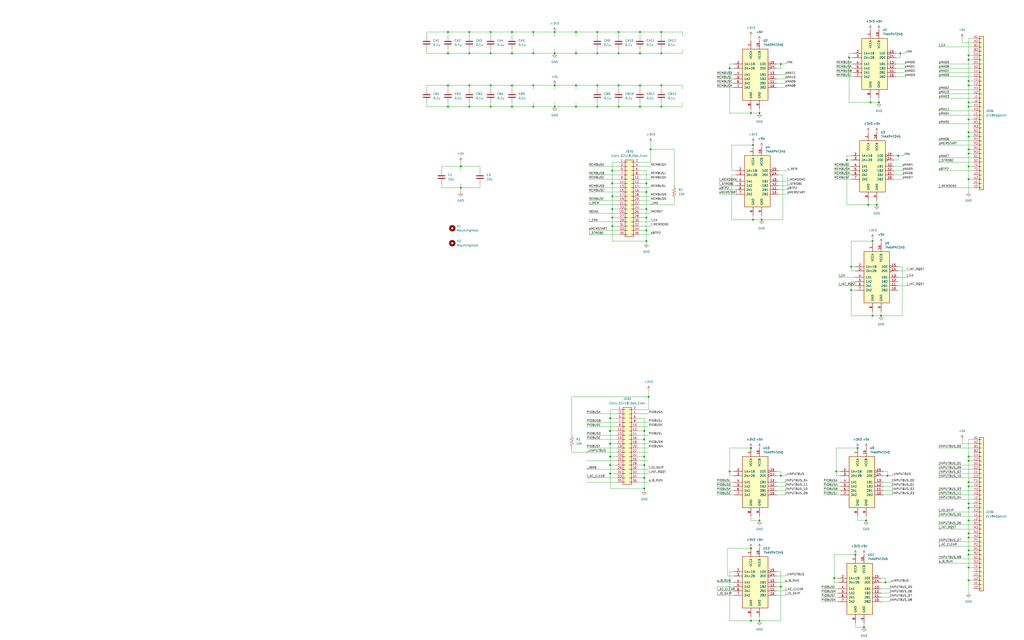
<source format=kicad_sch>
(kicad_sch (version 20230121) (generator eeschema)
  (paper "User" 609.6 381)
  (junction (at 497.84 280.67))
  (junction (at 304.8 19.05))
  (junction (at 510.54 266.7))
  (junction (at 279.4 31.75))
  (junction (at 330.2 63.5))
  (junction (at 387.35 88.9))
  (junction (at 363.22 281.94))
  (junction (at 576.58 106.68))
  (junction (at 447.04 67.31))
  (junction (at 364.49 129.54))
  (junction (at 363.22 264.16))
  (junction (at 330.2 19.05))
  (junction (at 434.34 280.67))
  (junction (at 576.58 320.04))
  (junction (at 447.04 266.7))
  (junction (at 509.27 330.2))
  (junction (at 576.58 327.66))
  (junction (at 386.08 236.22))
  (junction (at 576.58 81.28))
  (junction (at 330.2 50.8))
  (junction (at 363.22 256.54))
  (junction (at 363.22 271.78))
  (junction (at 355.6 31.75))
  (junction (at 576.58 71.12))
  (junction (at 266.7 31.75))
  (junction (at 576.58 50.8))
  (junction (at 364.49 101.6))
  (junction (at 518.16 60.96))
  (junction (at 576.58 35.56))
  (junction (at 528.32 283.21))
  (junction (at 576.58 302.26))
  (junction (at 342.9 31.75))
  (junction (at 383.54 261.62))
  (junction (at 384.81 114.3))
  (junction (at 534.67 92.71))
  (junction (at 292.1 31.75))
  (junction (at 355.6 50.8))
  (junction (at 355.6 63.5))
  (junction (at 393.7 19.05))
  (junction (at 434.34 40.64))
  (junction (at 516.89 121.92))
  (junction (at 506.73 158.75))
  (junction (at 523.24 60.96))
  (junction (at 576.58 345.44))
  (junction (at 266.7 50.8))
  (junction (at 304.8 63.5))
  (junction (at 514.35 373.38))
  (junction (at 384.81 129.54))
  (junction (at 447.04 369.57))
  (junction (at 384.81 137.16))
  (junction (at 576.58 91.44))
  (junction (at 383.54 284.48))
  (junction (at 381 31.75))
  (junction (at 330.2 31.75))
  (junction (at 266.7 63.5))
  (junction (at 274.32 99.06))
  (junction (at 342.9 19.05))
  (junction (at 384.81 124.46))
  (junction (at 304.8 31.75))
  (junction (at 393.7 63.5))
  (junction (at 292.1 19.05))
  (junction (at 381 63.5))
  (junction (at 576.58 337.82))
  (junction (at 304.8 50.8))
  (junction (at 292.1 50.8))
  (junction (at 535.94 31.75))
  (junction (at 279.4 50.8))
  (junction (at 363.22 276.86))
  (junction (at 383.54 276.86))
  (junction (at 576.58 317.5))
  (junction (at 576.58 78.74))
  (junction (at 384.81 109.22))
  (junction (at 452.12 369.57))
  (junction (at 364.49 116.84))
  (junction (at 464.82 38.1))
  (junction (at 317.5 19.05))
  (junction (at 453.39 130.81))
  (junction (at 364.49 134.62))
  (junction (at 355.6 19.05))
  (junction (at 576.58 287.02))
  (junction (at 381 50.8))
  (junction (at 527.05 346.71))
  (junction (at 519.43 143.51))
  (junction (at 464.82 283.21))
  (junction (at 342.9 63.5))
  (junction (at 515.62 309.88))
  (junction (at 448.31 86.36))
  (junction (at 368.3 63.5))
  (junction (at 576.58 48.26))
  (junction (at 363.22 248.92))
  (junction (at 576.58 274.32))
  (junction (at 506.73 172.72))
  (junction (at 393.7 31.75))
  (junction (at 496.57 344.17))
  (junction (at 368.3 19.05))
  (junction (at 576.58 63.5))
  (junction (at 505.46 34.29))
  (junction (at 383.54 271.78))
  (junction (at 576.58 289.56))
  (junction (at 452.12 67.31))
  (junction (at 317.5 50.8))
  (junction (at 368.3 50.8))
  (junction (at 576.58 309.88))
  (junction (at 317.5 31.75))
  (junction (at 274.32 111.76))
  (junction (at 393.7 50.8))
  (junction (at 342.9 50.8))
  (junction (at 576.58 60.96))
  (junction (at 452.12 309.88))
  (junction (at 576.58 299.72))
  (junction (at 279.4 19.05))
  (junction (at 464.82 349.25))
  (junction (at 383.54 290.83))
  (junction (at 524.51 187.96))
  (junction (at 364.49 109.22))
  (junction (at 381 19.05))
  (junction (at 504.19 95.25))
  (junction (at 448.31 130.81))
  (junction (at 279.4 63.5))
  (junction (at 266.7 19.05))
  (junction (at 364.49 124.46))
  (junction (at 576.58 33.02))
  (junction (at 383.54 256.54))
  (junction (at 292.1 63.5))
  (junction (at 447.04 326.39))
  (junction (at 576.58 271.78))
  (junction (at 521.97 121.92))
  (junction (at 519.43 187.96))
  (junction (at 317.5 63.5))
  (junction (at 576.58 88.9))
  (junction (at 576.58 330.2))
  (junction (at 384.81 143.51))
  (junction (at 368.3 31.75))
  (junction (at 576.58 99.06))
  (wire (pts (xy 576.58 299.72) (xy 576.58 289.56)))
  (wire (pts (xy 528.32 280.67) (xy 528.32 283.21)))
  (wire (pts (xy 527.05 344.17) (xy 524.51 344.17)))
  (wire (pts (xy 254 29.21) (xy 254 31.75)))
  (wire (pts (xy 576.58 81.28) (xy 579.12 81.28)))
  (wire (pts (xy 534.67 161.29) (xy 539.75 161.29)))
  (wire (pts (xy 426.72 289.56) (xy 436.88 289.56)))
  (wire (pts (xy 500.38 280.67) (xy 497.84 280.67)))
  (wire (pts (xy 447.04 21.59) (xy 447.04 24.13)))
  (wire (pts (xy 438.15 101.6) (xy 435.61 101.6)))
  (wire (pts (xy 381 111.76) (xy 387.35 111.76)))
  (wire (pts (xy 266.7 50.8) (xy 254 50.8)))
  (wire (pts (xy 383.54 276.86) (xy 383.54 284.48)))
  (wire (pts (xy 462.28 346.71) (xy 467.36 346.71)))
  (wire (pts (xy 363.22 248.92) (xy 363.22 256.54)))
  (wire (pts (xy 342.9 60.96) (xy 342.9 63.5)))
  (wire (pts (xy 350.52 99.06) (xy 368.3 99.06)))
  (wire (pts (xy 521.97 121.92) (xy 516.89 121.92)))
  (wire (pts (xy 464.82 340.36) (xy 462.28 340.36)))
  (wire (pts (xy 576.58 35.56) (xy 576.58 33.02)))
  (wire (pts (xy 576.58 302.26) (xy 576.58 299.72)))
  (wire (pts (xy 533.4 43.18) (xy 538.48 43.18)))
  (wire (pts (xy 262.89 101.6) (xy 262.89 99.06)))
  (wire (pts (xy 576.58 114.3) (xy 576.58 106.68)))
  (wire (pts (xy 292.1 19.05) (xy 279.4 19.05)))
  (wire (pts (xy 427.99 113.03) (xy 438.15 113.03)))
  (wire (pts (xy 497.84 40.64) (xy 508 40.64)))
  (wire (pts (xy 350.52 111.76) (xy 368.3 111.76)))
  (wire (pts (xy 496.57 330.2) (xy 509.27 330.2)))
  (wire (pts (xy 576.58 22.86) (xy 579.12 22.86)))
  (wire (pts (xy 393.7 31.75) (xy 406.4 31.75)))
  (wire (pts (xy 496.57 344.17) (xy 496.57 330.2)))
  (wire (pts (xy 576.58 35.56) (xy 579.12 35.56)))
  (wire (pts (xy 506.73 167.64) (xy 506.73 172.72)))
  (wire (pts (xy 537.21 158.75) (xy 537.21 187.96)))
  (wire (pts (xy 463.55 101.6) (xy 468.63 101.6)))
  (wire (pts (xy 434.34 40.64) (xy 436.88 40.64)))
  (wire (pts (xy 364.49 116.84) (xy 364.49 124.46)))
  (wire (pts (xy 504.19 95.25) (xy 504.19 121.92)))
  (wire (pts (xy 350.52 139.7) (xy 368.3 139.7)))
  (wire (pts (xy 497.84 283.21) (xy 500.38 283.21)))
  (wire (pts (xy 533.4 40.64) (xy 538.48 40.64)))
  (wire (pts (xy 349.25 266.7) (xy 367.03 266.7)))
  (wire (pts (xy 292.1 19.05) (xy 292.1 21.59)))
  (wire (pts (xy 340.36 269.24) (xy 367.03 269.24)))
  (wire (pts (xy 576.58 78.74) (xy 576.58 71.12)))
  (wire (pts (xy 401.32 110.49) (xy 401.32 88.9)))
  (wire (pts (xy 576.58 299.72) (xy 579.12 299.72)))
  (wire (pts (xy 427.99 115.57) (xy 438.15 115.57)))
  (wire (pts (xy 506.73 92.71) (xy 504.19 92.71)))
  (wire (pts (xy 381 19.05) (xy 381 21.59)))
  (wire (pts (xy 433.07 326.39) (xy 447.04 326.39)))
  (wire (pts (xy 558.8 55.88) (xy 579.12 55.88)))
  (wire (pts (xy 379.73 251.46) (xy 386.08 251.46)))
  (wire (pts (xy 537.21 187.96) (xy 524.51 187.96)))
  (wire (pts (xy 576.58 60.96) (xy 579.12 60.96)))
  (wire (pts (xy 519.43 187.96) (xy 519.43 185.42)))
  (wire (pts (xy 558.8 292.1) (xy 579.12 292.1)))
  (wire (pts (xy 368.3 19.05) (xy 368.3 21.59)))
  (wire (pts (xy 535.94 34.29) (xy 535.94 31.75)))
  (wire (pts (xy 340.36 259.08) (xy 340.36 236.22)))
  (wire (pts (xy 524.51 185.42) (xy 524.51 187.96)))
  (wire (pts (xy 364.49 96.52) (xy 364.49 101.6)))
  (wire (pts (xy 576.58 106.68) (xy 576.58 99.06)))
  (wire (pts (xy 463.55 107.95) (xy 468.63 107.95)))
  (wire (pts (xy 381 129.54) (xy 384.81 129.54)))
  (wire (pts (xy 462.28 287.02) (xy 467.36 287.02)))
  (wire (pts (xy 524.51 355.6) (xy 529.59 355.6)))
  (wire (pts (xy 350.52 132.08) (xy 368.3 132.08)))
  (wire (pts (xy 406.4 53.34) (xy 406.4 50.8)))
  (wire (pts (xy 266.7 60.96) (xy 266.7 63.5)))
  (wire (pts (xy 393.7 50.8) (xy 381 50.8)))
  (wire (pts (xy 448.31 85.09) (xy 448.31 86.36)))
  (wire (pts (xy 384.81 114.3) (xy 384.81 124.46)))
  (wire (pts (xy 381 121.92) (xy 401.32 121.92)))
  (wire (pts (xy 558.8 101.6) (xy 579.12 101.6)))
  (wire (pts (xy 383.54 256.54) (xy 383.54 261.62)))
  (wire (pts (xy 558.8 86.36) (xy 579.12 86.36)))
  (wire (pts (xy 509.27 373.38) (xy 509.27 370.84)))
  (wire (pts (xy 535.94 31.75) (xy 538.48 31.75)))
  (wire (pts (xy 274.32 111.76) (xy 285.75 111.76)))
  (wire (pts (xy 383.54 261.62) (xy 383.54 271.78)))
  (wire (pts (xy 384.81 143.51) (xy 384.81 144.78)))
  (wire (pts (xy 330.2 29.21) (xy 330.2 31.75)))
  (wire (pts (xy 379.73 256.54) (xy 383.54 256.54)))
  (wire (pts (xy 387.35 88.9) (xy 387.35 96.52)))
  (wire (pts (xy 558.8 43.18) (xy 579.12 43.18)))
  (wire (pts (xy 393.7 19.05) (xy 393.7 21.59)))
  (wire (pts (xy 349.25 246.38) (xy 367.03 246.38)))
  (wire (pts (xy 528.32 280.67) (xy 525.78 280.67)))
  (wire (pts (xy 464.82 38.1) (xy 467.36 38.1)))
  (wire (pts (xy 514.35 373.38) (xy 509.27 373.38)))
  (wire (pts (xy 524.51 187.96) (xy 519.43 187.96)))
  (wire (pts (xy 488.95 350.52) (xy 499.11 350.52)))
  (wire (pts (xy 386.08 243.84) (xy 379.73 243.84)))
  (wire (pts (xy 508 31.75) (xy 505.46 31.75)))
  (wire (pts (xy 496.57 104.14) (xy 506.73 104.14)))
  (wire (pts (xy 452.12 367.03) (xy 452.12 369.57)))
  (wire (pts (xy 381 114.3) (xy 384.81 114.3)))
  (wire (pts (xy 525.78 294.64) (xy 530.86 294.64)))
  (wire (pts (xy 363.22 276.86) (xy 363.22 281.94)))
  (wire (pts (xy 386.08 232.41) (xy 386.08 236.22)))
  (wire (pts (xy 254 31.75) (xy 266.7 31.75)))
  (wire (pts (xy 576.58 33.02) (xy 579.12 33.02)))
  (wire (pts (xy 576.58 71.12) (xy 579.12 71.12)))
  (wire (pts (xy 525.78 289.56) (xy 530.86 289.56)))
  (wire (pts (xy 363.22 281.94) (xy 367.03 281.94)))
  (wire (pts (xy 576.58 337.82) (xy 579.12 337.82)))
  (wire (pts (xy 342.9 31.75) (xy 355.6 31.75)))
  (wire (pts (xy 363.22 271.78) (xy 363.22 276.86)))
  (wire (pts (xy 274.32 96.52) (xy 274.32 99.06)))
  (wire (pts (xy 497.84 266.7) (xy 510.54 266.7)))
  (wire (pts (xy 433.07 342.9) (xy 433.07 326.39)))
  (wire (pts (xy 426.72 49.53) (xy 436.88 49.53)))
  (wire (pts (xy 381 50.8) (xy 368.3 50.8)))
  (wire (pts (xy 504.19 121.92) (xy 516.89 121.92)))
  (wire (pts (xy 514.35 370.84) (xy 514.35 373.38)))
  (wire (pts (xy 558.8 58.42) (xy 579.12 58.42)))
  (wire (pts (xy 266.7 29.21) (xy 266.7 31.75)))
  (wire (pts (xy 350.52 106.68) (xy 368.3 106.68)))
  (wire (pts (xy 462.28 46.99) (xy 467.36 46.99)))
  (wire (pts (xy 436.88 280.67) (xy 434.34 280.67)))
  (wire (pts (xy 381 132.08) (xy 387.35 132.08)))
  (wire (pts (xy 504.19 92.71) (xy 504.19 95.25)))
  (wire (pts (xy 274.32 111.76) (xy 274.32 114.3)))
  (wire (pts (xy 401.32 121.92) (xy 401.32 118.11)))
  (wire (pts (xy 435.61 86.36) (xy 448.31 86.36)))
  (wire (pts (xy 317.5 19.05) (xy 317.5 21.59)))
  (wire (pts (xy 576.58 320.04) (xy 579.12 320.04)))
  (wire (pts (xy 266.7 31.75) (xy 279.4 31.75)))
  (wire (pts (xy 558.8 312.42) (xy 579.12 312.42)))
  (wire (pts (xy 558.8 96.52) (xy 579.12 96.52)))
  (wire (pts (xy 576.58 48.26) (xy 579.12 48.26)))
  (wire (pts (xy 505.46 60.96) (xy 518.16 60.96)))
  (wire (pts (xy 434.34 67.31) (xy 447.04 67.31)))
  (wire (pts (xy 497.84 43.18) (xy 508 43.18)))
  (wire (pts (xy 384.81 101.6) (xy 384.81 109.22)))
  (wire (pts (xy 381 29.21) (xy 381 31.75)))
  (wire (pts (xy 364.49 109.22) (xy 364.49 116.84)))
  (wire (pts (xy 576.58 60.96) (xy 576.58 50.8)))
  (wire (pts (xy 364.49 143.51) (xy 384.81 143.51)))
  (wire (pts (xy 379.73 274.32) (xy 386.08 274.32)))
  (wire (pts (xy 304.8 29.21) (xy 304.8 31.75)))
  (wire (pts (xy 558.8 266.7) (xy 579.12 266.7)))
  (wire (pts (xy 576.58 271.78) (xy 579.12 271.78)))
  (wire (pts (xy 381 134.62) (xy 387.35 134.62)))
  (wire (pts (xy 464.82 40.64) (xy 464.82 38.1)))
  (wire (pts (xy 452.12 309.88) (xy 447.04 309.88)))
  (wire (pts (xy 463.55 115.57) (xy 468.63 115.57)))
  (wire (pts (xy 435.61 104.14) (xy 435.61 130.81)))
  (wire (pts (xy 426.72 294.64) (xy 436.88 294.64)))
  (wire (pts (xy 558.8 307.34) (xy 579.12 307.34)))
  (wire (pts (xy 519.43 143.51) (xy 519.43 144.78)))
  (wire (pts (xy 349.25 274.32) (xy 367.03 274.32)))
  (wire (pts (xy 558.8 335.28) (xy 579.12 335.28)))
  (wire (pts (xy 558.8 332.74) (xy 579.12 332.74)))
  (wire (pts (xy 558.8 66.04) (xy 579.12 66.04)))
  (wire (pts (xy 364.49 134.62) (xy 364.49 143.51)))
  (wire (pts (xy 506.73 172.72) (xy 509.27 172.72)))
  (wire (pts (xy 254 63.5) (xy 266.7 63.5)))
  (wire (pts (xy 355.6 50.8) (xy 342.9 50.8)))
  (wire (pts (xy 304.8 19.05) (xy 292.1 19.05)))
  (wire (pts (xy 558.8 83.82) (xy 579.12 83.82)))
  (wire (pts (xy 364.49 101.6) (xy 368.3 101.6)))
  (wire (pts (xy 576.58 345.44) (xy 579.12 345.44)))
  (wire (pts (xy 379.73 271.78) (xy 383.54 271.78)))
  (wire (pts (xy 453.39 128.27) (xy 453.39 130.81)))
  (wire (pts (xy 355.6 63.5) (xy 368.3 63.5)))
  (wire (pts (xy 558.8 294.64) (xy 579.12 294.64)))
  (wire (pts (xy 274.32 99.06) (xy 285.75 99.06)))
  (wire (pts (xy 576.58 106.68) (xy 579.12 106.68)))
  (wire (pts (xy 462.28 342.9) (xy 467.36 342.9)))
  (wire (pts (xy 368.3 29.21) (xy 368.3 31.75)))
  (wire (pts (xy 462.28 354.33) (xy 467.36 354.33)))
  (wire (pts (xy 384.81 129.54) (xy 384.81 137.16)))
  (wire (pts (xy 349.25 284.48) (xy 367.03 284.48)))
  (wire (pts (xy 576.58 50.8) (xy 576.58 48.26)))
  (wire (pts (xy 355.6 29.21) (xy 355.6 31.75)))
  (wire (pts (xy 317.5 29.21) (xy 317.5 31.75)))
  (wire (pts (xy 434.34 40.64) (xy 434.34 67.31)))
  (wire (pts (xy 462.28 349.25) (xy 464.82 349.25)))
  (wire (pts (xy 576.58 327.66) (xy 579.12 327.66)))
  (wire (pts (xy 576.58 81.28) (xy 576.58 78.74)))
  (wire (pts (xy 497.84 38.1) (xy 508 38.1)))
  (wire (pts (xy 304.8 31.75) (xy 317.5 31.75)))
  (wire (pts (xy 379.73 261.62) (xy 383.54 261.62)))
  (wire (pts (xy 364.49 124.46) (xy 364.49 129.54)))
  (wire (pts (xy 490.22 289.56) (xy 500.38 289.56)))
  (wire (pts (xy 363.22 264.16) (xy 363.22 271.78)))
  (wire (pts (xy 523.24 58.42) (xy 523.24 60.96)))
  (wire (pts (xy 381 19.05) (xy 368.3 19.05)))
  (wire (pts (xy 266.7 19.05) (xy 266.7 21.59)))
  (wire (pts (xy 349.25 261.62) (xy 367.03 261.62)))
  (wire (pts (xy 521.97 119.38) (xy 521.97 121.92)))
  (wire (pts (xy 434.34 280.67) (xy 434.34 266.7)))
  (wire (pts (xy 524.51 350.52) (xy 529.59 350.52)))
  (wire (pts (xy 524.51 353.06) (xy 529.59 353.06)))
  (wire (pts (xy 349.25 251.46) (xy 367.03 251.46)))
  (wire (pts (xy 426.72 349.25) (xy 436.88 349.25)))
  (wire (pts (xy 499.11 344.17) (xy 496.57 344.17)))
  (wire (pts (xy 368.3 19.05) (xy 355.6 19.05)))
  (wire (pts (xy 279.4 19.05) (xy 279.4 21.59)))
  (wire (pts (xy 532.13 106.68) (xy 537.21 106.68)))
  (wire (pts (xy 509.27 158.75) (xy 506.73 158.75)))
  (wire (pts (xy 292.1 29.21) (xy 292.1 31.75)))
  (wire (pts (xy 576.58 317.5) (xy 576.58 309.88)))
  (wire (pts (xy 506.73 161.29) (xy 506.73 158.75)))
  (wire (pts (xy 368.3 31.75) (xy 381 31.75)))
  (wire (pts (xy 393.7 50.8) (xy 393.7 53.34)))
  (wire (pts (xy 379.73 264.16) (xy 386.08 264.16)))
  (wire (pts (xy 304.8 19.05) (xy 304.8 21.59)))
  (wire (pts (xy 355.6 19.05) (xy 355.6 21.59)))
  (wire (pts (xy 317.5 31.75) (xy 330.2 31.75)))
  (wire (pts (xy 572.77 264.16) (xy 572.77 261.62)))
  (wire (pts (xy 524.51 358.14) (xy 529.59 358.14)))
  (wire (pts (xy 393.7 29.21) (xy 393.7 31.75)))
  (wire (pts (xy 452.12 64.77) (xy 452.12 67.31)))
  (wire (pts (xy 490.22 292.1) (xy 500.38 292.1)))
  (wire (pts (xy 525.78 283.21) (xy 528.32 283.21)))
  (wire (pts (xy 496.57 101.6) (xy 506.73 101.6)))
  (wire (pts (xy 447.04 67.31) (xy 447.04 64.77)))
  (wire (pts (xy 342.9 29.21) (xy 342.9 31.75)))
  (wire (pts (xy 505.46 34.29) (xy 505.46 60.96)))
  (wire (pts (xy 368.3 63.5) (xy 381 63.5)))
  (wire (pts (xy 434.34 280.67) (xy 434.34 283.21)))
  (wire (pts (xy 342.9 19.05) (xy 330.2 19.05)))
  (wire (pts (xy 355.6 50.8) (xy 355.6 53.34)))
  (wire (pts (xy 364.49 109.22) (xy 368.3 109.22)))
  (wire (pts (xy 576.58 91.44) (xy 579.12 91.44)))
  (wire (pts (xy 426.72 44.45) (xy 436.88 44.45)))
  (wire (pts (xy 576.58 50.8) (xy 579.12 50.8)))
  (wire (pts (xy 381 106.68) (xy 387.35 106.68)))
  (wire (pts (xy 532.13 101.6) (xy 537.21 101.6)))
  (wire (pts (xy 363.22 256.54) (xy 367.03 256.54)))
  (wire (pts (xy 525.78 292.1) (xy 530.86 292.1)))
  (wire (pts (xy 340.36 236.22) (xy 386.08 236.22)))
  (wire (pts (xy 576.58 287.02) (xy 576.58 274.32)))
  (wire (pts (xy 363.22 248.92) (xy 367.03 248.92)))
  (wire (pts (xy 254 60.96) (xy 254 63.5)))
  (wire (pts (xy 355.6 19.05) (xy 342.9 19.05)))
  (wire (pts (xy 462.28 294.64) (xy 467.36 294.64)))
  (wire (pts (xy 266.7 63.5) (xy 279.4 63.5)))
  (wire (pts (xy 349.25 254) (xy 367.03 254)))
  (wire (pts (xy 279.4 29.21) (xy 279.4 31.75)))
  (wire (pts (xy 342.9 50.8) (xy 342.9 53.34)))
  (wire (pts (xy 496.57 106.68) (xy 506.73 106.68)))
  (wire (pts (xy 381 104.14) (xy 387.35 104.14)))
  (wire (pts (xy 292.1 50.8) (xy 292.1 53.34)))
  (wire (pts (xy 363.22 290.83) (xy 383.54 290.83)))
  (wire (pts (xy 558.8 322.58) (xy 579.12 322.58)))
  (wire (pts (xy 499.11 170.18) (xy 509.27 170.18)))
  (wire (pts (xy 393.7 60.96) (xy 393.7 63.5)))
  (wire (pts (xy 523.24 60.96) (xy 518.16 60.96)))
  (wire (pts (xy 533.4 31.75) (xy 535.94 31.75)))
  (wire (pts (xy 381 31.75) (xy 393.7 31.75)))
  (wire (pts (xy 505.46 34.29) (xy 508 34.29)))
  (wire (pts (xy 426.72 287.02) (xy 436.88 287.02)))
  (wire (pts (xy 342.9 50.8) (xy 330.2 50.8)))
  (wire (pts (xy 463.55 113.03) (xy 468.63 113.03)))
  (wire (pts (xy 505.46 31.75) (xy 505.46 34.29)))
  (wire (pts (xy 330.2 50.8) (xy 330.2 53.34)))
  (wire (pts (xy 464.82 369.57) (xy 452.12 369.57)))
  (wire (pts (xy 558.8 325.12) (xy 579.12 325.12)))
  (wire (pts (xy 576.58 287.02) (xy 579.12 287.02)))
  (wire (pts (xy 576.58 317.5) (xy 579.12 317.5)))
  (wire (pts (xy 466.09 104.14) (xy 466.09 130.81)))
  (wire (pts (xy 576.58 309.88) (xy 579.12 309.88)))
  (wire (pts (xy 496.57 346.71) (xy 499.11 346.71)))
  (wire (pts (xy 576.58 309.88) (xy 576.58 302.26)))
  (wire (pts (xy 427.99 107.95) (xy 438.15 107.95)))
  (wire (pts (xy 285.75 109.22) (xy 285.75 111.76)))
  (wire (pts (xy 379.73 266.7) (xy 386.08 266.7)))
  (wire (pts (xy 406.4 31.75) (xy 406.4 29.21)))
  (wire (pts (xy 466.09 130.81) (xy 453.39 130.81)))
  (wire (pts (xy 576.58 271.78) (xy 576.58 261.62)))
  (wire (pts (xy 379.73 254) (xy 386.08 254)))
  (wire (pts (xy 330.2 31.75) (xy 342.9 31.75)))
  (wire (pts (xy 510.54 309.88) (xy 510.54 307.34)))
  (wire (pts (xy 279.4 50.8) (xy 279.4 53.34)))
  (wire (pts (xy 364.49 134.62) (xy 368.3 134.62)))
  (wire (pts (xy 558.8 111.76) (xy 579.12 111.76)))
  (wire (pts (xy 266.7 50.8) (xy 266.7 53.34)))
  (wire (pts (xy 534.67 165.1) (xy 539.75 165.1)))
  (wire (pts (xy 401.32 88.9) (xy 387.35 88.9)))
  (wire (pts (xy 387.35 96.52) (xy 381 96.52)))
  (wire (pts (xy 426.72 46.99) (xy 436.88 46.99)))
  (wire (pts (xy 576.58 63.5) (xy 576.58 60.96)))
  (wire (pts (xy 342.9 19.05) (xy 342.9 21.59)))
  (wire (pts (xy 304.8 50.8) (xy 292.1 50.8)))
  (wire (pts (xy 406.4 21.59) (xy 406.4 19.05)))
  (wire (pts (xy 558.8 68.58) (xy 579.12 68.58)))
  (wire (pts (xy 406.4 50.8) (xy 393.7 50.8)))
  (wire (pts (xy 384.81 109.22) (xy 384.81 114.3)))
  (wire (pts (xy 368.3 50.8) (xy 355.6 50.8)))
  (wire (pts (xy 355.6 31.75) (xy 368.3 31.75)))
  (wire (pts (xy 576.58 274.32) (xy 579.12 274.32)))
  (wire (pts (xy 381 139.7) (xy 387.35 139.7)))
  (wire (pts (xy 490.22 287.02) (xy 500.38 287.02)))
  (wire (pts (xy 576.58 330.2) (xy 579.12 330.2)))
  (wire (pts (xy 379.73 248.92) (xy 383.54 248.92)))
  (wire (pts (xy 576.58 289.56) (xy 579.12 289.56)))
  (wire (pts (xy 434.34 266.7) (xy 447.04 266.7)))
  (wire (pts (xy 576.58 302.26) (xy 579.12 302.26)))
  (wire (pts (xy 533.4 45.72) (xy 538.48 45.72)))
  (wire (pts (xy 330.2 19.05) (xy 317.5 19.05)))
  (wire (pts (xy 379.73 259.08) (xy 386.08 259.08)))
  (wire (pts (xy 532.13 104.14) (xy 537.21 104.14)))
  (wire (pts (xy 462.28 292.1) (xy 467.36 292.1)))
  (wire (pts (xy 406.4 19.05) (xy 393.7 19.05)))
  (wire (pts (xy 464.82 38.1) (xy 462.28 38.1)))
  (wire (pts (xy 349.25 259.08) (xy 367.03 259.08)))
  (wire (pts (xy 499.11 165.1) (xy 509.27 165.1)))
  (wire (pts (xy 436.88 38.1) (xy 434.34 38.1)))
  (wire (pts (xy 262.89 109.22) (xy 262.89 111.76)))
  (wire (pts (xy 533.4 34.29) (xy 535.94 34.29)))
  (wire (pts (xy 384.81 137.16) (xy 384.81 143.51)))
  (wire (pts (xy 381 109.22) (xy 384.81 109.22)))
  (wire (pts (xy 317.5 19.05) (xy 304.8 19.05)))
  (wire (pts (xy 363.22 271.78) (xy 367.03 271.78)))
  (wire (pts (xy 576.58 78.74) (xy 579.12 78.74)))
  (wire (pts (xy 381 99.06) (xy 387.35 99.06)))
  (wire (pts (xy 426.72 351.79) (xy 436.88 351.79)))
  (wire (pts (xy 368.3 50.8) (xy 368.3 53.34)))
  (wire (pts (xy 426.72 292.1) (xy 436.88 292.1)))
  (wire (pts (xy 379.73 279.4) (xy 386.08 279.4)))
  (wire (pts (xy 426.72 52.07) (xy 436.88 52.07)))
  (wire (pts (xy 558.8 279.4) (xy 579.12 279.4)))
  (wire (pts (xy 448.31 130.81) (xy 448.31 128.27)))
  (wire (pts (xy 558.8 27.94) (xy 579.12 27.94)))
  (wire (pts (xy 576.58 261.62) (xy 579.12 261.62)))
  (wire (pts (xy 532.13 99.06) (xy 537.21 99.06)))
  (wire (pts (xy 435.61 101.6) (xy 435.61 86.36)))
  (wire (pts (xy 527.05 344.17) (xy 527.05 346.71)))
  (wire (pts (xy 579.12 25.4) (xy 572.77 25.4)))
  (wire (pts (xy 427.99 110.49) (xy 438.15 110.49)))
  (wire (pts (xy 506.73 187.96) (xy 519.43 187.96)))
  (wire (pts (xy 576.58 88.9) (xy 579.12 88.9)))
  (wire (pts (xy 363.22 243.84) (xy 363.22 248.92)))
  (wire (pts (xy 381 124.46) (xy 384.81 124.46)))
  (wire (pts (xy 490.22 294.64) (xy 500.38 294.64)))
  (wire (pts (xy 572.77 25.4) (xy 572.77 22.86)))
  (wire (pts (xy 340.36 269.24) (xy 340.36 266.7)))
  (wire (pts (xy 381 119.38) (xy 387.35 119.38)))
  (wire (pts (xy 381 60.96) (xy 381 63.5)))
  (wire (pts (xy 426.72 354.33) (xy 436.88 354.33)))
  (wire (pts (xy 576.58 330.2) (xy 576.58 327.66)))
  (wire (pts (xy 317.5 63.5) (xy 330.2 63.5)))
  (wire (pts (xy 462.28 52.07) (xy 467.36 52.07)))
  (wire (pts (xy 463.55 110.49) (xy 468.63 110.49)))
  (wire (pts (xy 434.34 369.57) (xy 447.04 369.57)))
  (wire (pts (xy 350.52 137.16) (xy 368.3 137.16)))
  (wire (pts (xy 524.51 346.71) (xy 527.05 346.71)))
  (wire (pts (xy 497.84 280.67) (xy 497.84 283.21)))
  (wire (pts (xy 383.54 290.83) (xy 383.54 292.1)))
  (wire (pts (xy 447.04 369.57) (xy 447.04 367.03)))
  (wire (pts (xy 515.62 307.34) (xy 515.62 309.88)))
  (wire (pts (xy 381 101.6) (xy 384.81 101.6)))
  (wire (pts (xy 464.82 340.36) (xy 464.82 349.25)))
  (wire (pts (xy 364.49 124.46) (xy 368.3 124.46)))
  (wire (pts (xy 304.8 60.96) (xy 304.8 63.5)))
  (wire (pts (xy 435.61 130.81) (xy 448.31 130.81)))
  (wire (pts (xy 330.2 63.5) (xy 342.9 63.5)))
  (wire (pts (xy 292.1 60.96) (xy 292.1 63.5)))
  (wire (pts (xy 292.1 63.5) (xy 304.8 63.5)))
  (wire (pts (xy 516.89 121.92) (xy 516.89 119.38)))
  (wire (pts (xy 558.8 53.34) (xy 579.12 53.34)))
  (wire (pts (xy 558.8 73.66) (xy 579.12 73.66)))
  (wire (pts (xy 464.82 283.21) (xy 467.36 283.21)))
  (wire (pts (xy 383.54 271.78) (xy 383.54 276.86)))
  (wire (pts (xy 532.13 95.25) (xy 534.67 95.25)))
  (wire (pts (xy 381 63.5) (xy 393.7 63.5)))
  (wire (pts (xy 576.58 99.06) (xy 579.12 99.06)))
  (wire (pts (xy 279.4 60.96) (xy 279.4 63.5)))
  (wire (pts (xy 525.78 287.02) (xy 530.86 287.02)))
  (wire (pts (xy 576.58 33.02) (xy 576.58 22.86)))
  (wire (pts (xy 534.67 170.18) (xy 539.75 170.18)))
  (wire (pts (xy 497.84 280.67) (xy 497.84 266.7)))
  (wire (pts (xy 262.89 111.76) (xy 274.32 111.76)))
  (wire (pts (xy 279.4 50.8) (xy 266.7 50.8)))
  (wire (pts (xy 383.54 248.92) (xy 383.54 256.54)))
  (wire (pts (xy 434.34 340.36) (xy 434.34 369.57)))
  (wire (pts (xy 464.82 280.67) (xy 462.28 280.67)))
  (wire (pts (xy 379.73 276.86) (xy 383.54 276.86)))
  (wire (pts (xy 558.8 276.86) (xy 579.12 276.86)))
  (wire (pts (xy 304.8 63.5) (xy 317.5 63.5)))
  (wire (pts (xy 576.58 88.9) (xy 576.58 81.28)))
  (wire (pts (xy 576.58 63.5) (xy 579.12 63.5)))
  (wire (pts (xy 519.43 142.24) (xy 519.43 143.51)))
  (wire (pts (xy 379.73 269.24) (xy 386.08 269.24)))
  (wire (pts (xy 579.12 264.16) (xy 572.77 264.16)))
  (wire (pts (xy 488.95 355.6) (xy 499.11 355.6)))
  (wire (pts (xy 393.7 19.05) (xy 381 19.05)))
  (wire (pts (xy 506.73 143.51) (xy 519.43 143.51)))
  (wire (pts (xy 434.34 283.21) (xy 436.88 283.21)))
  (wire (pts (xy 532.13 92.71) (xy 534.67 92.71)))
  (wire (pts (xy 274.32 99.06) (xy 274.32 101.6)))
  (wire (pts (xy 534.67 158.75) (xy 537.21 158.75)))
  (wire (pts (xy 488.95 358.14) (xy 499.11 358.14)))
  (wire (pts (xy 506.73 172.72) (xy 506.73 187.96)))
  (wire (pts (xy 558.8 45.72) (xy 579.12 45.72)))
  (wire (pts (xy 379.73 287.02) (xy 386.08 287.02)))
  (wire (pts (xy 576.58 99.06) (xy 576.58 91.44)))
  (wire (pts (xy 518.16 60.96) (xy 518.16 58.42)))
  (wire (pts (xy 254 19.05) (xy 254 21.59)))
  (wire (pts (xy 426.72 346.71) (xy 436.88 346.71)))
  (wire (pts (xy 292.1 50.8) (xy 279.4 50.8)))
  (wire (pts (xy 435.61 104.14) (xy 438.15 104.14)))
  (wire (pts (xy 350.52 121.92) (xy 368.3 121.92)))
  (wire (pts (xy 266.7 19.05) (xy 254 19.05)))
  (wire (pts (xy 279.4 19.05) (xy 266.7 19.05)))
  (wire (pts (xy 558.8 314.96) (xy 579.12 314.96)))
  (wire (pts (xy 509.27 161.29) (xy 506.73 161.29)))
  (wire (pts (xy 558.8 93.98) (xy 579.12 93.98)))
  (wire (pts (xy 292.1 31.75) (xy 304.8 31.75)))
  (wire (pts (xy 383.54 284.48) (xy 383.54 290.83)))
  (wire (pts (xy 576.58 48.26) (xy 576.58 35.56)))
  (wire (pts (xy 363.22 264.16) (xy 367.03 264.16)))
  (wire (pts (xy 350.52 114.3) (xy 368.3 114.3)))
  (wire (pts (xy 262.89 99.06) (xy 274.32 99.06)))
  (wire (pts (xy 364.49 129.54) (xy 364.49 134.62)))
  (wire (pts (xy 497.84 45.72) (xy 508 45.72)))
  (wire (pts (xy 355.6 60.96) (xy 355.6 63.5)))
  (wire (pts (xy 558.8 284.48) (xy 579.12 284.48)))
  (wire (pts (xy 434.34 38.1) (xy 434.34 40.64)))
  (wire (pts (xy 558.8 40.64) (xy 579.12 40.64)))
  (wire (pts (xy 452.12 369.57) (xy 447.04 369.57)))
  (wire (pts (xy 462.28 351.79) (xy 467.36 351.79)))
  (wire (pts (xy 528.32 283.21) (xy 530.86 283.21)))
  (wire (pts (xy 496.57 99.06) (xy 506.73 99.06)))
  (wire (pts (xy 576.58 289.56) (xy 576.58 287.02)))
  (wire (pts (xy 452.12 307.34) (xy 452.12 309.88)))
  (wire (pts (xy 576.58 274.32) (xy 576.58 271.78)))
  (wire (pts (xy 363.22 281.94) (xy 363.22 290.83)))
  (wire (pts (xy 381 116.84) (xy 387.35 116.84)))
  (wire (pts (xy 364.49 129.54) (xy 368.3 129.54)))
  (wire (pts (xy 342.9 63.5) (xy 355.6 63.5)))
  (wire (pts (xy 317.5 50.8) (xy 317.5 53.34)))
  (wire (pts (xy 304.8 50.8) (xy 304.8 53.34)))
  (wire (pts (xy 386.08 236.22) (xy 386.08 243.84)))
  (wire (pts (xy 406.4 63.5) (xy 406.4 60.96)))
  (wire (pts (xy 317.5 60.96) (xy 317.5 63.5)))
  (wire (pts (xy 363.22 276.86) (xy 367.03 276.86)))
  (wire (pts (xy 464.82 349.25) (xy 464.82 369.57)))
  (wire (pts (xy 462.28 40.64) (xy 464.82 40.64)))
  (wire (pts (xy 576.58 71.12) (xy 576.58 63.5)))
  (wire (pts (xy 509.27 167.64) (xy 506.73 167.64)))
  (wire (pts (xy 363.22 256.54) (xy 363.22 264.16)))
  (wire (pts (xy 576.58 345.44) (xy 576.58 337.82)))
  (wire (pts (xy 379.73 246.38) (xy 386.08 246.38)))
  (wire (pts (xy 576.58 320.04) (xy 576.58 317.5)))
  (wire (pts (xy 330.2 60.96) (xy 330.2 63.5)))
  (wire (pts (xy 279.4 31.75) (xy 292.1 31.75)))
  (wire (pts (xy 350.52 119.38) (xy 368.3 119.38)))
  (wire (pts (xy 350.52 104.14) (xy 368.3 104.14)))
  (wire (pts (xy 506.73 158.75) (xy 506.73 143.51)))
  (wire (pts (xy 462.28 49.53) (xy 467.36 49.53)))
  (wire (pts (xy 462.28 283.21) (xy 464.82 283.21)))
  (wire (pts (xy 488.95 353.06) (xy 499.11 353.06)))
  (wire (pts (xy 364.49 101.6) (xy 364.49 109.22)))
  (wire (pts (xy 576.58 353.06) (xy 576.58 345.44)))
  (wire (pts (xy 254 50.8) (xy 254 53.34)))
  (wire (pts (xy 447.04 309.88) (xy 447.04 307.34)))
  (wire (pts (xy 349.25 287.02) (xy 367.03 287.02)))
  (wire (pts (xy 381 127) (xy 387.35 127)))
  (wire (pts (xy 558.8 304.8) (xy 579.12 304.8)))
  (wire (pts (xy 462.28 289.56) (xy 467.36 289.56)))
  (wire (pts (xy 364.49 116.84) (xy 368.3 116.84)))
  (wire (pts (xy 452.12 67.31) (xy 447.04 67.31)))
  (wire (pts (xy 274.32 109.22) (xy 274.32 111.76)))
  (wire (pts (xy 448.31 86.36) (xy 448.31 87.63)))
  (wire (pts (xy 368.3 96.52) (xy 364.49 96.52)))
  (wire (pts (xy 576.58 327.66) (xy 576.58 320.04)))
  (wire (pts (xy 381 50.8) (xy 381 53.34)))
  (wire (pts (xy 330.2 19.05) (xy 330.2 21.59)))
  (wire (pts (xy 279.4 63.5) (xy 292.1 63.5)))
  (wire (pts (xy 367.03 243.84) (xy 363.22 243.84)))
  (wire (pts (xy 317.5 50.8) (xy 304.8 50.8)))
  (wire (pts (xy 436.88 342.9) (xy 433.07 342.9)))
  (wire (pts (xy 576.58 337.82) (xy 576.58 330.2)))
  (wire (pts (xy 534.67 92.71) (xy 537.21 92.71)))
  (wire (pts (xy 285.75 99.06) (xy 285.75 101.6)))
  (wire (pts (xy 576.58 91.44) (xy 576.58 88.9)))
  (wire (pts (xy 558.8 38.1) (xy 579.12 38.1)))
  (wire (pts (xy 462.28 44.45) (xy 467.36 44.45)))
  (wire (pts (xy 464.82 280.67) (xy 464.82 283.21)))
  (wire (pts (xy 368.3 60.96) (xy 368.3 63.5)))
  (wire (pts (xy 349.25 279.4) (xy 367.03 279.4)))
  (wire (pts (xy 463.55 104.14) (xy 466.09 104.14)))
  (wire (pts (xy 515.62 309.88) (xy 510.54 309.88)))
  (wire (pts (xy 558.8 281.94) (xy 579.12 281.94)))
  (wire (pts (xy 379.73 284.48) (xy 383.54 284.48)))
  (wire (pts (xy 534.67 92.71) (xy 534.67 95.25)))
  (wire (pts (xy 379.73 281.94) (xy 386.08 281.94)))
  (wire (pts (xy 496.57 344.17) (xy 496.57 346.71)))
  (wire (pts (xy 384.81 124.46) (xy 384.81 129.54)))
  (wire (pts (xy 558.8 297.18) (xy 579.12 297.18)))
  (wire (pts (xy 504.19 95.25) (xy 506.73 95.25)))
  (wire (pts (xy 381 137.16) (xy 384.81 137.16)))
  (wire (pts (xy 350.52 127) (xy 368.3 127)))
  (wire (pts (xy 330.2 50.8) (xy 317.5 50.8)))
  (wire (pts (xy 393.7 63.5) (xy 406.4 63.5)))
  (wire (pts (xy 533.4 38.1) (xy 538.48 38.1)))
  (wire (pts (xy 453.39 130.81) (xy 448.31 130.81)))
  (wire (pts (xy 527.05 346.71) (xy 529.59 346.71)))
  (wire (pts (xy 434.34 340.36) (xy 436.88 340.36)))
  (wire (pts (xy 387.35 85.09) (xy 387.35 88.9)))
  (label "pMA00" (at 538.48 38.1 0))
  (label "pMA09" (at 558.8 45.72 0))
  (label "MEMBUSD" (at 426.72 44.45 0))
  (label "p_B_RUN" (at 558.8 335.28 0))
  (label "i_MEMDONE" (at 427.99 107.95 0))
  (label "j_STROBE" (at 558.8 96.52 0))
  (label "jINPUTBUS_02" (at 530.86 292.1 0))
  (label "_rBMB" (at 349.25 279.4 0))
  (label "j_EA" (at 558.8 27.94 0))
  (label "PIOBUSL" (at 426.72 287.02 0))
  (label "i_EA" (at 499.11 165.1 0))
  (label "i_EA" (at 387.35 132.08 0))
  (label "PIOBUSE" (at 488.95 350.52 0))
  (label "_xINPUTBUS" (at 529.59 346.71 0))
  (label "i_INT_RQST" (at 499.11 170.18 0))
  (label "_xINPUTBUS" (at 467.36 283.21 0))
  (label "pMA11" (at 558.8 66.04 0))
  (label "PIOBUSF" (at 488.95 355.6 0))
  (label "pMA10" (at 558.8 55.88 0))
  (label "PIOBUSK" (at 426.72 292.1 0))
  (label "j_MEMDONE" (at 468.63 107.95 0))
  (label "j_IO_SKIP" (at 558.8 304.8 0))
  (label "pMA06" (at 537.21 104.14 0))
  (label "_rMA" (at 537.21 92.71 0))
  (label "pMA01" (at 538.48 40.64 0))
  (label "j_MEMDONE" (at 558.8 111.76 0))
  (label "i_MEMDONE" (at 387.35 134.62 0))
  (label "i_STROBE" (at 427.99 110.49 0))
  (label "jINPUTBUS_10" (at 467.36 292.1 0))
  (label "PIOBUSH" (at 490.22 289.56 0))
  (label "PIOBUSJ" (at 386.08 251.46 0))
  (label "PIOBUSA" (at 349.25 246.38 0))
  (label "jINPUTBUS_09" (at 467.36 294.64 0))
  (label "_rMA" (at 467.36 38.1 0))
  (label "jINPUTBUS_05" (at 529.59 350.52 0))
  (label "pMEMSTART" (at 558.8 86.36 0))
  (label "pMA05" (at 537.21 101.6 0))
  (label "jINPUTBUS_10" (at 558.8 284.48 0))
  (label "pBTP2" (at 558.8 101.6 0))
  (label "j_AC_CLEAR" (at 558.8 325.12 0))
  (label "pMA07" (at 537.21 106.68 0))
  (label "pMEMSTART" (at 468.63 115.57 0))
  (label "MEMBUSE" (at 350.52 114.3 0))
  (label "i_INT_RQST" (at 386.08 281.94 0))
  (label "MEMBUSJ" (at 497.84 45.72 0))
  (label "MEMBUSF" (at 350.52 119.38 0))
  (label "jINPUTBUS_11" (at 558.8 294.64 0))
  (label "o_B_RUN" (at 426.72 346.71 0))
  (label "pMA06" (at 558.8 83.82 0))
  (label "MEMBUSF" (at 496.57 106.68 0))
  (label "MEMBUSJ" (at 387.35 104.14 0))
  (label "MEMBUSL" (at 426.72 46.99 0))
  (label "p_B_RUN" (at 467.36 346.71 0))
  (label "j_IO_SKIP" (at 467.36 354.33 0))
  (label "MEMBUSC" (at 426.72 49.53 0))
  (label "jINPUTBUS_08" (at 529.59 358.14 0))
  (label "pMA10" (at 467.36 46.99 0))
  (label "PIOBUSD" (at 426.72 289.56 0))
  (label "PIOBUSN" (at 488.95 358.14 0))
  (label "PIOBUSC" (at 426.72 294.64 0))
  (label "jINPUTBUS_00" (at 558.8 266.7 0))
  (label "PIOBUSA" (at 490.22 287.02 0))
  (label "pMA08" (at 558.8 40.64 0))
  (label "pMA03" (at 538.48 45.72 0))
  (label "pMA07" (at 558.8 93.98 0))
  (label "MEMBUSB" (at 497.84 43.18 0))
  (label "pMA02" (at 558.8 53.34 0))
  (label "pMA08" (at 467.36 52.07 0))
  (label "MEMBUSN" (at 496.57 104.14 0))
  (label "jINPUTBUS_07" (at 529.59 355.6 0))
  (label "i_INT_RQST" (at 539.75 161.29 0))
  (label "pMA04" (at 537.21 99.06 0))
  (label "jINPUTBUS_02" (at 558.8 281.94 0))
  (label "jINPUTBUS_11" (at 467.36 289.56 0))
  (label "MEMBUSA" (at 350.52 99.06 0))
  (label "_xINPUTBUS" (at 530.86 283.21 0))
  (label "PIOBUSM" (at 386.08 264.16 0))
  (label "MEMBUSH" (at 497.84 38.1 0))
  (label "jINPUTBUS_04" (at 467.36 287.02 0))
  (label "PIOBUSB" (at 349.25 251.46 0))
  (label "j_AC_CLEAR" (at 467.36 351.79 0))
  (label "jINPUTBUS_09" (at 558.8 279.4 0))
  (label "MEMBUSD" (at 350.52 111.76 0))
  (label "MEMBUSN" (at 387.35 119.38 0))
  (label "jINPUTBUS_01" (at 558.8 276.86 0))
  (label "i_AC_CLEAR" (at 426.72 351.79 0))
  (label "PIOBUSD" (at 349.25 259.08 0))
  (label "jINPUTBUS_05" (at 558.8 307.34 0))
  (label "jINPUTBUS_03" (at 530.86 294.64 0))
  (label "PIOBUSN" (at 386.08 266.7 0))
  (label "oMEMSTART" (at 350.52 137.16 0))
  (label "PIOBUSF" (at 349.25 266.7 0))
  (label "_xINPUTBUS" (at 467.36 342.9 0))
  (label "PIOBUSL" (at 386.08 259.08 0))
  (label "oBTP2" (at 387.35 139.7 0))
  (label "MEMBUSA" (at 497.84 40.64 0))
  (label "j_INT_RQST" (at 558.8 314.96 0))
  (label "PIOBUSM" (at 488.95 353.06 0))
  (label "MEMBUSK" (at 387.35 106.68 0))
  (label "iMEM07" (at 387.35 127 0))
  (label "pMA09" (at 467.36 49.53 0))
  (label "_xINPUTBUS" (at 349.25 269.24 0))
  (label "PIOBUSC" (at 349.25 254 0))
  (label "i_AC_CLEAR" (at 349.25 284.48 0))
  (label "j_STROBE" (at 468.63 110.49 0))
  (label "i_STROBE" (at 350.52 139.7 0))
  (label "jINPUTBUS_07" (at 558.8 322.58 0))
  (label "jINPUTBUS_00" (at 530.86 287.02 0))
  (label "j_EA" (at 539.75 165.1 0))
  (label "jINPUTBUS_06" (at 529.59 353.06 0))
  (label "pMA11" (at 467.36 44.45 0))
  (label "MEMBUSM" (at 496.57 101.6 0))
  (label "jINPUTBUS_08" (at 558.8 332.74 0))
  (label "MEMBUSB" (at 350.52 104.14 0))
  (label "PIOBUSE" (at 349.25 261.62 0))
  (label "x_MEM" (at 468.63 101.6 0))
  (label "jINPUTBUS_01" (at 530.86 289.56 0))
  (label "MEMBUSC" (at 350.52 106.68 0))
  (label "PIOBUSJ" (at 490.22 294.64 0))
  (label "i_IO_SKIP" (at 386.08 279.4 0))
  (label "j_INT_RQST" (at 539.75 170.18 0))
  (label "pMA00" (at 558.8 38.1 0))
  (label "pMA05" (at 558.8 73.66 0))
  (label "pMA03" (at 558.8 58.42 0))
  (label "pMA02" (at 538.48 43.18 0))
  (label "i_EMA" (at 350.52 132.08 0))
  (label "oMEMSTART" (at 427.99 115.57 0))
  (label "_rMA" (at 387.35 121.92 0))
  (label "jINPUTBUS_06" (at 558.8 312.42 0))
  (label "_rMA" (at 538.48 31.75 0))
  (label "jINPUTBUS_04" (at 558.8 297.18 0))
  (label "MEMBUSM" (at 387.35 116.84 0))
  (label "jINPUTBUS_03" (at 558.8 292.1 0))
  (label "PIOBUSK" (at 386.08 254 0))
  (label "MEMBUSH" (at 387.35 99.06 0))
  (label "MEMBUSL" (at 387.35 111.76 0))
  (label "x_MEM" (at 350.52 121.92 0))
  (label "PIOBUSH" (at 386.08 246.38 0))
  (label "oBTP2" (at 427.99 113.03 0))
  (label "pBTP2" (at 468.63 113.03 0))
  (label "MEMBUSK" (at 426.72 52.07 0))
  (label "PIOBUSB" (at 490.22 292.1 0))
  (label "iBEMA" (at 350.52 127 0))
  (label "o_B_RUN" (at 386.08 287.02 0))
  (label "pMA04" (at 558.8 68.58 0))
  (label "pMA01" (at 558.8 43.18 0))
  (label "i_IO_SKIP" (at 426.72 354.33 0))
  (label "MEMBUSE" (at 496.57 99.06 0))
  (symbol (lib_id "mylibrary:74AXP4T245") (at 513.08 287.02 0) (unit 1)
    (property "Reference" "U9" (at 517.8141 266.7 0) (effects (justify left)))
    (property "Value" "74AXP4T245" (at 517.8141 269.24 0) (effects (justify left)))
    (property "Footprint" "Package_SO:TSSOP-16_4.4x5mm_P0.65mm" (effects hide))
  )
  (symbol (lib_name "+5V_3") (lib_id "power:+5V") (at 274.32 96.52 0) (unit 1)
    (property "Reference" "#PWR011" (effects hide))
    (property "Value" "+5V" (at 274.32 91.44 0))
  )
  (symbol (lib_id "Device:C") (at 304.8 25.4 0) (unit 1)
    (property "Reference" "CA5" (at 308.61 24.13 0) (effects (justify left)))
    (property "Value" "0.1u" (at 308.61 26.67 0) (effects (justify left)))
    (property "Footprint" "Capacitor_SMD:C_0201_0603Metric" (effects hide))
  )
  (symbol (lib_name "GND_1") (lib_id "power:GND") (at 330.2 31.75 0) (unit 1)
    (property "Reference" "#PWR060" (effects hide))
    (property "Value" "GND" (at 330.2 36.83 0))
  )
  (symbol (lib_id "power:GND") (at 383.54 292.1 0) (unit 1)
    (property "Reference" "#PWR02" (effects hide))
    (property "Value" "GND" (at 383.54 297.18 0))
  )
  (symbol (lib_id "mylibrary:74AXP4T245") (at 521.97 165.1 0) (unit 1)
    (property "Reference" "U5" (at 526.7041 144.78 0) (effects (justify left)))
    (property "Value" "74AXP4T245" (at 526.7041 147.32 0) (effects (justify left)))
    (property "Footprint" "Package_SO:TSSOP-16_4.4x5mm_P0.65mm" (effects hide))
  )
  (symbol (lib_id "mylibrary:74AXP4T245") (at 449.58 44.45 0) (unit 1)
    (property "Reference" "U2" (at 454.3141 24.13 0) (effects (justify left)))
    (property "Value" "74AXP4T245" (at 454.3141 26.67 0) (effects (justify left)))
    (property "Footprint" "Package_SO:TSSOP-16_4.4x5mm_P0.65mm" (effects hide))
  )
  (symbol (lib_id "Device:C") (at 355.6 57.15 0) (unit 1)
    (property "Reference" "CB9" (at 359.41 55.88 0) (effects (justify left)))
    (property "Value" "0.1u" (at 359.41 58.42 0) (effects (justify left)))
    (property "Footprint" "Capacitor_SMD:C_0201_0603Metric" (effects hide))
  )
  (symbol (lib_id "Device:C") (at 262.89 105.41 0) (unit 1)
    (property "Reference" "C1" (at 266.7 104.14 0) (effects (justify left)))
    (property "Value" "10u" (at 266.7 106.68 0) (effects (justify left)))
    (property "Footprint" "Capacitor_SMD:C_1206_3216Metric" (effects hide))
    (property "Datasheet" "4713-GMT31X5R106K50NT2TR-ND" (effects hide))
  )
  (symbol (lib_id "Mechanical:MountingHole") (at 269.24 144.78 0) (unit 1)
    (property "Reference" "H2" (at 271.78 143.51 0) (effects (justify left)))
    (property "Value" "MountingHole" (at 271.78 146.05 0) (effects (justify left)))
    (property "Footprint" "MountingHole:MountingHole_6mm" (effects hide))
  )
  (symbol (lib_id "Device:C") (at 279.4 25.4 0) (unit 1)
    (property "Reference" "CA3" (at 283.21 24.13 0) (effects (justify left)))
    (property "Value" "0.1u" (at 283.21 26.67 0) (effects (justify left)))
    (property "Footprint" "Capacitor_SMD:C_0201_0603Metric" (effects hide))
  )
  (symbol (lib_id "Device:C") (at 292.1 25.4 0) (unit 1)
    (property "Reference" "CA4" (at 295.91 24.13 0) (effects (justify left)))
    (property "Value" "0.1u" (at 295.91 26.67 0) (effects (justify left)))
    (property "Footprint" "Capacitor_SMD:C_0201_0603Metric" (effects hide))
  )
  (symbol (lib_id "power:+3V3") (at 447.04 326.39 0) (unit 1)
    (property "Reference" "#PWR053" (effects hide))
    (property "Value" "+3V3" (at 447.04 321.31 0))
  )
  (symbol (lib_id "power:+3V3") (at 387.35 85.09 0) (unit 1)
    (property "Reference" "#PWR08" (effects hide))
    (property "Value" "+3V3" (at 387.35 80.01 0))
  )
  (symbol (lib_id "power:GND") (at 453.39 130.81 0) (unit 1)
    (property "Reference" "#PWR010" (effects hide))
    (property "Value" "GND" (at 453.39 135.89 0))
  )
  (symbol (lib_id "Mechanical:MountingHole") (at 269.24 135.89 0) (unit 1)
    (property "Reference" "H1" (at 271.78 134.62 0) (effects (justify left)))
    (property "Value" "MountingHole" (at 271.78 137.16 0) (effects (justify left)))
    (property "Footprint" "MountingHole:MountingHole_6mm" (effects hide))
  )
  (symbol (lib_id "power:+3V3") (at 448.31 85.09 0) (unit 1)
    (property "Reference" "#PWR04" (effects hide))
    (property "Value" "+3V3" (at 448.31 80.01 0))
  )
  (symbol (lib_id "Device:C") (at 285.75 105.41 0) (unit 1)
    (property "Reference" "C3" (at 289.56 104.14 0) (effects (justify left)))
    (property "Value" "10u" (at 289.56 106.68 0) (effects (justify left)))
    (property "Footprint" "Capacitor_SMD:C_1206_3216Metric" (effects hide))
    (property "Datasheet" "4713-GMT31X5R106K50NT2TR-ND" (effects hide))
  )
  (symbol (lib_id "Device:R_US") (at 401.32 114.3 0) (unit 1)
    (property "Reference" "R1" (at 403.86 113.03 0) (effects (justify left)))
    (property "Value" "10K" (at 403.86 115.57 0) (effects (justify left)))
    (property "Footprint" "Resistor_SMD:R_0201_0603Metric" (effects hide))
  )
  (symbol (lib_name "+5V_1") (lib_id "power:+5V") (at 523.24 17.78 0) (unit 1)
    (property "Reference" "#PWR031" (effects hide))
    (property "Value" "+5V" (at 523.24 12.7 0))
  )
  (symbol (lib_id "power:+3V3") (at 510.54 266.7 0) (unit 1)
    (property "Reference" "#PWR056" (effects hide))
    (property "Value" "+3V3" (at 510.54 261.62 0))
  )
  (symbol (lib_id "power:GND") (at 384.81 144.78 0) (unit 1)
    (property "Reference" "#PWR03" (effects hide))
    (property "Value" "GND" (at 384.81 149.86 0))
  )
  (symbol (lib_id "mylibrary:74AXP4T245") (at 519.43 99.06 0) (unit 1)
    (property "Reference" "U3" (at 524.1641 78.74 0) (effects (justify left)))
    (property "Value" "74AXP4T245" (at 524.1641 81.28 0) (effects (justify left)))
    (property "Footprint" "Package_SO:TSSOP-16_4.4x5mm_P0.65mm" (effects hide))
  )
  (symbol (lib_id "mylibrary:74AXP4T245") (at 449.58 346.71 0) (unit 1)
    (property "Reference" "U12" (at 454.3141 326.39 0) (effects (justify left)))
    (property "Value" "74AXP4T245" (at 454.3141 328.93 0) (effects (justify left)))
    (property "Footprint" "Package_SO:TSSOP-16_4.4x5mm_P0.65mm" (effects hide))
  )
  (symbol (lib_id "power:GND") (at 523.24 60.96 0) (unit 1)
    (property "Reference" "#PWR023" (effects hide))
    (property "Value" "GND" (at 523.24 66.04 0))
  )
  (symbol (lib_id "mylibrary:74AXP4T245") (at 520.7 38.1 0) (unit 1)
    (property "Reference" "U1" (at 525.4341 17.78 0) (effects (justify left)))
    (property "Value" "74AXP4T245" (at 525.4341 20.32 0) (effects (justify left)))
    (property "Footprint" "Package_SO:TSSOP-16_4.4x5mm_P0.65mm" (effects hide))
  )
  (symbol (lib_id "Device:C") (at 304.8 57.15 0) (unit 1)
    (property "Reference" "CB5" (at 308.61 55.88 0) (effects (justify left)))
    (property "Value" "0.1u" (at 308.61 58.42 0) (effects (justify left)))
    (property "Footprint" "Capacitor_SMD:C_0201_0603Metric" (effects hide))
  )
  (symbol (lib_id "Device:C") (at 266.7 25.4 0) (unit 1)
    (property "Reference" "CA2" (at 270.51 24.13 0) (effects (justify left)))
    (property "Value" "0.1u" (at 270.51 26.67 0) (effects (justify left)))
    (property "Footprint" "Capacitor_SMD:C_0201_0603Metric" (effects hide))
  )
  (symbol (lib_name "+5V_2") (lib_id "power:+5V") (at 452.12 24.13 0) (unit 1)
    (property "Reference" "#PWR043" (effects hide))
    (property "Value" "+5V" (at 452.12 19.05 0))
  )
  (symbol (lib_id "mylibrary:74AXP4T245") (at 450.85 107.95 0) (unit 1)
    (property "Reference" "U4" (at 455.5841 87.63 0) (effects (justify left)))
    (property "Value" "74AXP4T245" (at 455.5841 90.17 0) (effects (justify left)))
    (property "Footprint" "Package_SO:TSSOP-16_4.4x5mm_P0.65mm" (effects hide))
  )
  (symbol (lib_id "power:GND") (at 521.97 121.92 0) (unit 1)
    (property "Reference" "#PWR025" (effects hide))
    (property "Value" "GND" (at 521.97 127 0))
  )
  (symbol (lib_id "Device:C") (at 355.6 25.4 0) (unit 1)
    (property "Reference" "CA9" (at 359.41 24.13 0) (effects (justify left)))
    (property "Value" "0.1u" (at 359.41 26.67 0) (effects (justify left)))
    (property "Footprint" "Capacitor_SMD:C_0201_0603Metric" (effects hide))
  )
  (symbol (lib_id "Connector_Generic:Conn_02x18_Odd_Even") (at 373.38 116.84 0) (unit 1)
    (property "Reference" "JB35" (at 374.65 90.17 0))
    (property "Value" "Conn_02x18_Odd_Even" (at 374.65 92.71 0))
    (property "Footprint" "Connector_PinHeader_2.54mm:PinHeader_2x18_P2.54mm_Vertical" (effects hide))
  )
  (symbol (lib_id "power:+3V3") (at 516.89 78.74 0) (unit 1)
    (property "Reference" "#PWR046" (effects hide))
    (property "Value" "+3V3" (at 516.89 73.66 0))
  )
  (symbol (lib_name "+5V_3") (lib_id "power:+5V") (at 330.2 50.8 0) (unit 1)
    (property "Reference" "#PWR061" (effects hide))
    (property "Value" "+5V" (at 330.2 45.72 0))
  )
  (symbol (lib_id "power:+3V3") (at 519.43 142.24 0) (unit 1)
    (property "Reference" "#PWR014" (effects hide))
    (property "Value" "+3V3" (at 519.43 137.16 0))
  )
  (symbol (lib_name "+5V_1") (lib_id "power:+5V") (at 452.12 326.39 0) (unit 1)
    (property "Reference" "#PWR037" (effects hide))
    (property "Value" "+5V" (at 452.12 321.31 0))
  )
  (symbol (lib_id "Device:C") (at 292.1 57.15 0) (unit 1)
    (property "Reference" "CB4" (at 295.91 55.88 0) (effects (justify left)))
    (property "Value" "0.1u" (at 295.91 58.42 0) (effects (justify left)))
    (property "Footprint" "Capacitor_SMD:C_0201_0603Metric" (effects hide))
  )
  (symbol (lib_id "power:+5V") (at 572.77 261.62 0) (unit 1)
    (property "Reference" "#PWR05" (effects hide))
    (property "Value" "+5V" (at 572.77 256.54 0))
  )
  (symbol (lib_name "GND_1") (lib_id "power:GND") (at 330.2 63.5 0) (unit 1)
    (property "Reference" "#PWR062" (effects hide))
    (property "Value" "GND" (at 330.2 68.58 0))
  )
  (symbol (lib_id "Device:C") (at 393.7 25.4 0) (unit 1)
    (property "Reference" "CA12" (at 397.51 24.13 0) (effects (justify left)))
    (property "Value" "0.1u" (at 397.51 26.67 0) (effects (justify left)))
    (property "Footprint" "Capacitor_SMD:C_0201_0603Metric" (effects hide))
  )
  (symbol (lib_id "mylibrary:2x18edgecon") (at 584.2 66.04 0) (unit 1)
    (property "Reference" "JB36" (at 586.74 66.04 0) (effects (justify left)))
    (property "Value" "2x18edgecon" (at 586.74 68.58 0) (effects (justify left)))
    (property "Footprint" "footprints:2x18-edge" (effects hide))
  )
  (symbol (lib_id "power:GND") (at 452.12 309.88 0) (unit 1)
    (property "Reference" "#PWR022" (effects hide))
    (property "Value" "GND" (at 452.12 314.96 0))
  )
  (symbol (lib_id "power:+3V3") (at 330.2 19.05 0) (unit 1)
    (property "Reference" "#PWR059" (effects hide))
    (property "Value" "+3V3" (at 330.2 13.97 0))
  )
  (symbol (lib_id "mylibrary:2x18edgecon") (at 584.2 304.8 0) (unit 1)
    (property "Reference" "JD36" (at 586.74 304.8 0) (effects (justify left)))
    (property "Value" "2x18edgecon" (at 586.74 307.34 0) (effects (justify left)))
    (property "Footprint" "footprints:2x18-edge" (effects hide))
  )
  (symbol (lib_id "Device:C") (at 279.4 57.15 0) (unit 1)
    (property "Reference" "CB3" (at 283.21 55.88 0) (effects (justify left)))
    (property "Value" "0.1u" (at 283.21 58.42 0) (effects (justify left)))
    (property "Footprint" "Capacitor_SMD:C_0201_0603Metric" (effects hide))
  )
  (symbol (lib_id "Device:C") (at 266.7 57.15 0) (unit 1)
    (property "Reference" "CB2" (at 270.51 55.88 0) (effects (justify left)))
    (property "Value" "0.1u" (at 270.51 58.42 0) (effects (justify left)))
    (property "Footprint" "Capacitor_SMD:C_0201_0603Metric" (effects hide))
  )
  (symbol (lib_id "power:+5V") (at 572.77 22.86 0) (unit 1)
    (property "Reference" "#PWR055" (effects hide))
    (property "Value" "+5V" (at 572.77 17.78 0))
  )
  (symbol (lib_id "Device:C") (at 254 57.15 0) (unit 1)
    (property "Reference" "CB1" (at 257.81 55.88 0) (effects (justify left)))
    (property "Value" "0.1u" (at 257.81 58.42 0) (effects (justify left)))
    (property "Footprint" "Capacitor_SMD:C_0201_0603Metric" (effects hide))
  )
  (symbol (lib_id "Device:R_US") (at 340.36 262.89 0) (unit 1)
    (property "Reference" "R3" (at 342.9 261.62 0) (effects (justify left)))
    (property "Value" "10K" (at 342.9 264.16 0) (effects (justify left)))
    (property "Footprint" "Resistor_SMD:R_0201_0603Metric" (effects hide))
  )
  (symbol (lib_id "mylibrary:74AXP4T245") (at 511.81 350.52 0) (unit 1)
    (property "Reference" "U11" (at 516.5441 330.2 0) (effects (justify left)))
    (property "Value" "74AXP4T245" (at 516.5441 332.74 0) (effects (justify left)))
    (property "Footprint" "Package_SO:TSSOP-16_4.4x5mm_P0.65mm" (effects hide))
  )
  (symbol (lib_name "GND_1") (lib_id "power:GND") (at 274.32 114.3 0) (unit 1)
    (property "Reference" "#PWR012" (effects hide))
    (property "Value" "GND" (at 274.32 119.38 0))
  )
  (symbol (lib_id "Connector_Generic:Conn_02x18_Odd_Even") (at 372.11 264.16 0) (unit 1)
    (property "Reference" "JD35" (at 373.38 237.49 0))
    (property "Value" "Conn_02x18_Odd_Even" (at 373.38 240.03 0))
    (property "Footprint" "Connector_PinHeader_2.54mm:PinHeader_2x18_P2.54mm_Vertical" (effects hide))
  )
  (symbol (lib_name "+5V_2") (lib_id "power:+5V") (at 524.51 144.78 0) (unit 1)
    (property "Reference" "#PWR015" (effects hide))
    (property "Value" "+5V" (at 524.51 139.7 0))
  )
  (symbol (lib_id "Device:C") (at 368.3 25.4 0) (unit 1)
    (property "Reference" "CA10" (at 372.11 24.13 0) (effects (justify left)))
    (property "Value" "0.1u" (at 372.11 26.67 0) (effects (justify left)))
    (property "Footprint" "Capacitor_SMD:C_0201_0603Metric" (effects hide))
  )
  (symbol (lib_name "+5V_2") (lib_id "power:+5V") (at 453.39 87.63 0) (unit 1)
    (property "Reference" "#PWR09" (effects hide))
    (property "Value" "+5V" (at 453.39 82.55 0))
  )
  (symbol (lib_id "power:GND") (at 576.58 353.06 0) (unit 1)
    (property "Reference" "#PWR06" (effects hide))
    (property "Value" "GND" (at 576.58 358.14 0))
  )
  (symbol (lib_name "+5V_1") (lib_id "power:+5V") (at 515.62 266.7 0) (unit 1)
    (property "Reference" "#PWR035" (effects hide))
    (property "Value" "+5V" (at 515.62 261.62 0))
  )
  (symbol (lib_id "Device:C") (at 393.7 57.15 0) (unit 1)
    (property "Reference" "CB12" (at 397.51 55.88 0) (effects (justify left)))
    (property "Value" "0.1u" (at 397.51 58.42 0) (effects (justify left)))
    (property "Footprint" "Capacitor_SMD:C_0201_0603Metric" (effects hide))
  )
  (symbol (lib_id "power:GND") (at 576.58 114.3 0) (unit 1)
    (property "Reference" "#PWR058" (effects hide))
    (property "Value" "GND" (at 576.58 119.38 0))
  )
  (symbol (lib_id "power:GND") (at 514.35 373.38 0) (unit 1)
    (property "Reference" "#PWR028" (effects hide))
    (property "Value" "GND" (at 514.35 378.46 0))
  )
  (symbol (lib_id "power:GND") (at 452.12 67.31 0) (unit 1)
    (property "Reference" "#PWR024" (effects hide))
    (property "Value" "GND" (at 452.12 72.39 0))
  )
  (symbol (lib_name "+5V_1") (lib_id "power:+5V") (at 514.35 330.2 0) (unit 1)
    (property "Reference" "#PWR036" (effects hide))
    (property "Value" "+5V" (at 514.35 325.12 0))
  )
  (symbol (lib_name "+5V_1") (lib_id "power:+5V") (at 521.97 78.74 0) (unit 1)
    (property "Reference" "#PWR032" (effects hide))
    (property "Value" "+5V" (at 521.97 73.66 0))
  )
  (symbol (lib_id "power:GND") (at 515.62 309.88 0) (unit 1)
    (property "Reference" "#PWR021" (effects hide))
    (property "Value" "GND" (at 515.62 314.96 0))
  )
  (symbol (lib_id "power:+3V3") (at 447.04 21.59 0) (unit 1)
    (property "Reference" "#PWR045" (effects hide))
    (property "Value" "+3V3" (at 447.04 16.51 0))
  )
  (symbol (lib_id "power:+3V3") (at 447.04 266.7 0) (unit 1)
    (property "Reference" "#PWR057" (effects hide))
    (property "Value" "+3V3" (at 447.04 261.62 0))
  )
  (symbol (lib_id "Device:C") (at 254 25.4 0) (unit 1)
    (property "Reference" "CA1" (at 257.81 24.13 0) (effects (justify left)))
    (property "Value" "0.1u" (at 257.81 26.67 0) (effects (justify left)))
    (property "Footprint" "Capacitor_SMD:C_0201_0603Metric" (effects hide))
  )
  (symbol (lib_id "Device:C") (at 381 25.4 0) (unit 1)
    (property "Reference" "CA11" (at 384.81 24.13 0) (effects (justify left)))
    (property "Value" "0.1u" (at 384.81 26.67 0) (effects (justify left)))
    (property "Footprint" "Capacitor_SMD:C_0201_0603Metric" (effects hide))
  )
  (symbol (lib_name "+5V_1") (lib_id "power:+5V") (at 452.12 266.7 0) (unit 1)
    (property "Reference" "#PWR039" (effects hide))
    (property "Value" "+5V" (at 452.12 261.62 0))
  )
  (symbol (lib_id "power:+3V3") (at 386.08 232.41 0) (unit 1)
    (property "Reference" "#PWR07" (effects hide))
    (property "Value" "+3V3" (at 386.08 227.33 0))
  )
  (symbol (lib_id "power:GND") (at 452.12 369.57 0) (unit 1)
    (property "Reference" "#PWR029" (effects hide))
    (property "Value" "GND" (at 452.12 374.65 0))
  )
  (symbol (lib_id "power:GND") (at 524.51 187.96 0) (unit 1)
    (property "Reference" "#PWR016" (effects hide))
    (property "Value" "GND" (at 524.51 193.04 0))
  )
  (symbol (lib_id "power:+3V3") (at 518.16 17.78 0) (unit 1)
    (property "Reference" "#PWR044" (effects hide))
    (property "Value" "+3V3" (at 518.16 12.7 0))
  )
  (symbol (lib_id "power:+3V3") (at 509.27 330.2 0) (unit 1)
    (property "Reference" "#PWR054" (effects hide))
    (property "Value" "+3V3" (at 509.27 325.12 0))
  )
  (symbol (lib_id "Device:C") (at 381 57.15 0) (unit 1)
    (property "Reference" "CB11" (at 384.81 55.88 0) (effects (justify left)))
    (property "Value" "0.1u" (at 384.81 58.42 0) (effects (justify left)))
    (property "Footprint" "Capacitor_SMD:C_0201_0603Metric" (effects hide))
  )
  (symbol (lib_id "Device:C") (at 368.3 57.15 0) (unit 1)
    (property "Reference" "CB10" (at 372.11 55.88 0) (effects (justify left)))
    (property "Value" "0.1u" (at 372.11 58.42 0) (effects (justify left)))
    (property "Footprint" "Capacitor_SMD:C_0201_0603Metric" (effects hide))
  )
  (symbol (lib_id "mylibrary:74AXP4T245") (at 449.58 287.02 0) (unit 1)
    (property "Reference" "U10" (at 454.3141 266.7 0) (effects (justify left)))
    (property "Value" "74AXP4T245" (at 454.3141 269.24 0) (effects (justify left)))
    (property "Footprint" "Package_SO:TSSOP-16_4.4x5mm_P0.65mm" (effects hide))
  )
)
</source>
